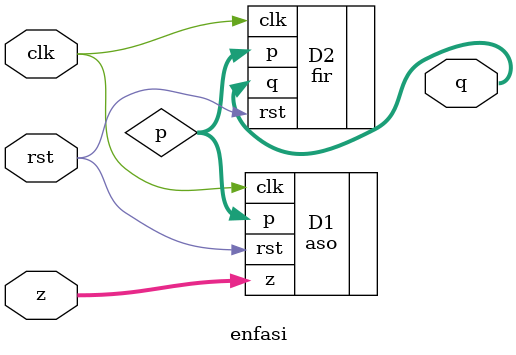
<source format=sv>
`timescale 1ns / 1ps
module enfasi (input logic clk, rst,
               input logic signed  [10:0] z,
               output logic signed [11:0] q);
logic signed [11:0] p;
aso D1 (.clk(clk),.rst(rst),.p(p),.z(z));
fir D2 (.clk(clk),.rst(rst),.p(p),.q(q));
endmodule




</source>
